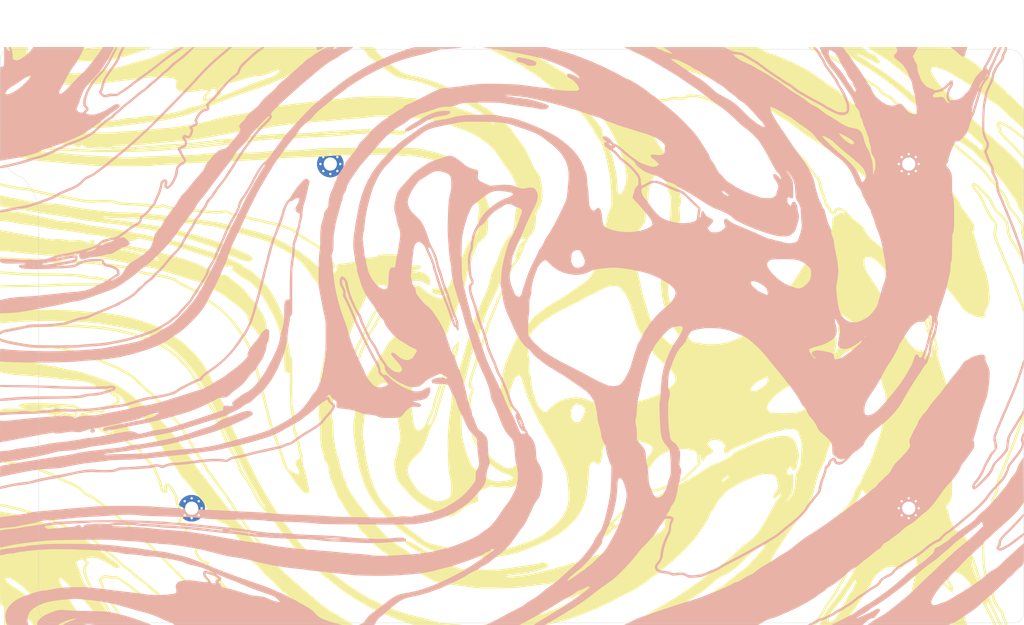
<source format=kicad_pcb>
(kicad_pcb (version 20171130) (host pcbnew "(5.1.4)-1")
  (layers (0 F.Cu signal) (31 B.Cu signal) (34 B.Paste user) (35 F.Paste user) (36 B.SilkS user) (37 F.SilkS user) (38 B.Mask user) (39 F.Mask user) (44 Edge.Cuts user))
  (net 0 "")
  (module Symbol:paint-swirl (layer B.Cu) (at 132.55625 87.3125)
    (fp_text reference G*** hide)
    (fp_text value LOGO hide)
  )
  (module Symbol:paint-swirl (layer F.Cu) (at 132.55625 87.3125)
    (fp_text reference G*** hide)
    (fp_text value LOGO hide)
  )
  (module MountingHole:MountingHole_2.2mm_M2_Pad_Via (layer F.Cu) (at 102.39375 58.7375)
    (fp_text reference REF** hide)
    (fp_text value MountingHole_4.6mm_Pad_Via)
    (pad 1 thru_hole circle (at 1.166726 -1.166726) (size 0.7 0.7) (drill 0.4) (layers *.Cu *.Mask))
    (pad 1 thru_hole circle (at 0 -1.65) (size 0.7 0.7) (drill 0.4) (layers *.Cu *.Mask))
    (pad 1 thru_hole circle (at -1.166726 -1.166726) (size 0.7 0.7) (drill 0.4) (layers *.Cu *.Mask))
    (pad 1 thru_hole circle (at -1.65 0) (size 0.7 0.7) (drill 0.4) (layers *.Cu *.Mask))
    (pad 1 thru_hole circle (at -1.166726 1.166726) (size 0.7 0.7) (drill 0.4) (layers *.Cu *.Mask))
    (pad 1 thru_hole circle (at 0 1.65) (size 0.7 0.7) (drill 0.4) (layers *.Cu *.Mask))
    (pad 1 thru_hole circle (at 1.166726 1.166726) (size 0.7 0.7) (drill 0.4) (layers *.Cu *.Mask))
    (pad 1 thru_hole circle (at 1.65 0) (size 0.7 0.7) (drill 0.4) (layers *.Cu *.Mask))
    (pad 1 thru_hole circle (at 0 0) (size 4.4 4.4) (drill 2.2) (layers *.Cu *.Mask))
  )
  (module MountingHole:MountingHole_2.2mm_M2_Pad_Via (layer F.Cu) (at 198.4375 58.7375)
    (fp_text reference REF** hide)
    (fp_text value MountingHole_4.6mm_Pad_Via)
    (pad 1 thru_hole circle (at 1.166726 -1.166726) (size 0.7 0.7) (drill 0.4) (layers *.Cu *.Mask))
    (pad 1 thru_hole circle (at 0 -1.65) (size 0.7 0.7) (drill 0.4) (layers *.Cu *.Mask))
    (pad 1 thru_hole circle (at -1.166726 -1.166726) (size 0.7 0.7) (drill 0.4) (layers *.Cu *.Mask))
    (pad 1 thru_hole circle (at -1.65 0) (size 0.7 0.7) (drill 0.4) (layers *.Cu *.Mask))
    (pad 1 thru_hole circle (at -1.166726 1.166726) (size 0.7 0.7) (drill 0.4) (layers *.Cu *.Mask))
    (pad 1 thru_hole circle (at 0 1.65) (size 0.7 0.7) (drill 0.4) (layers *.Cu *.Mask))
    (pad 1 thru_hole circle (at 1.166726 1.166726) (size 0.7 0.7) (drill 0.4) (layers *.Cu *.Mask))
    (pad 1 thru_hole circle (at 1.65 0) (size 0.7 0.7) (drill 0.4) (layers *.Cu *.Mask))
    (pad 1 thru_hole circle (at 0 0) (size 4.4 4.4) (drill 2.2) (layers *.Cu *.Mask))
  )
  (module MountingHole:MountingHole_2.2mm_M2_Pad_Via (layer F.Cu) (at 79.375 115.8875)
    (fp_text reference REF** hide)
    (fp_text value MountingHole_4.6mm_Pad_Via)
    (pad 1 thru_hole circle (at 1.166726 -1.166726) (size 0.7 0.7) (drill 0.4) (layers *.Cu *.Mask))
    (pad 1 thru_hole circle (at 0 -1.65) (size 0.7 0.7) (drill 0.4) (layers *.Cu *.Mask))
    (pad 1 thru_hole circle (at -1.166726 -1.166726) (size 0.7 0.7) (drill 0.4) (layers *.Cu *.Mask))
    (pad 1 thru_hole circle (at -1.65 0) (size 0.7 0.7) (drill 0.4) (layers *.Cu *.Mask))
    (pad 1 thru_hole circle (at -1.166726 1.166726) (size 0.7 0.7) (drill 0.4) (layers *.Cu *.Mask))
    (pad 1 thru_hole circle (at 0 1.65) (size 0.7 0.7) (drill 0.4) (layers *.Cu *.Mask))
    (pad 1 thru_hole circle (at 1.166726 1.166726) (size 0.7 0.7) (drill 0.4) (layers *.Cu *.Mask))
    (pad 1 thru_hole circle (at 1.65 0) (size 0.7 0.7) (drill 0.4) (layers *.Cu *.Mask))
    (pad 1 thru_hole circle (at 0 0) (size 4.4 4.4) (drill 2.2) (layers *.Cu *.Mask))
  )
  (module MountingHole:MountingHole_2.2mm_M2_Pad_Via (layer F.Cu) (at 198.4375 115.8875)
    (fp_text reference REF** hide)
    (fp_text value MountingHole_4.6mm_Pad_Via)
    (pad 1 thru_hole circle (at 1.166726 -1.166726) (size 0.7 0.7) (drill 0.4) (layers *.Cu *.Mask))
    (pad 1 thru_hole circle (at 0 -1.65) (size 0.7 0.7) (drill 0.4) (layers *.Cu *.Mask))
    (pad 1 thru_hole circle (at -1.166726 -1.166726) (size 0.7 0.7) (drill 0.4) (layers *.Cu *.Mask))
    (pad 1 thru_hole circle (at -1.65 0) (size 0.7 0.7) (drill 0.4) (layers *.Cu *.Mask))
    (pad 1 thru_hole circle (at -1.166726 1.166726) (size 0.7 0.7) (drill 0.4) (layers *.Cu *.Mask))
    (pad 1 thru_hole circle (at 0 1.65) (size 0.7 0.7) (drill 0.4) (layers *.Cu *.Mask))
    (pad 1 thru_hole circle (at 1.166726 1.166726) (size 0.7 0.7) (drill 0.4) (layers *.Cu *.Mask))
    (pad 1 thru_hole circle (at 1.65 0) (size 0.7 0.7) (drill 0.4) (layers *.Cu *.Mask))
    (pad 1 thru_hole circle (at 0 0) (size 4.4 4.4) (drill 2.2) (layers *.Cu *.Mask))
  )
  (module "" (layer F.Cu) (at 89.69375 31.75)
    (fp_text reference "" (at 103.1875 58.7375) (layer F.SilkS) (effects (font (size 1.27 1.27))))
    (fp_text value "" (at 103.1875 58.7375) (layer F.SilkS) (effects (font (size 1.27 1.27))))
  )
  (gr_line (start 53.975 132.55625) (end 53.975 67.292676) (layer Edge.Cuts) (width 0.05))
  (gr_arc (start 45.24375 67.292676) (end 53.975 67.292676) (angle -45) (layer Edge.Cuts) (width 0.05))
  (gr_arc (start 53.975 55.5625) (end 47.625 55.5625) (angle -45) (layer Edge.Cuts) (width 0.05))
  (gr_arc (start 49.2125 41.275) (end 49.2125 39.6875) (angle -90) (layer Edge.Cuts) (width 0.05))
  (gr_line (start 49.484872 60.052628) (end 51.417676 61.11875) (layer Edge.Cuts) (width 0.05))
  (gr_line (start 47.625 50.8) (end 47.625 55.5625) (layer Edge.Cuts) (width 0.05))
  (gr_line (start 47.625 41.275) (end 47.625 50.8) (layer Edge.Cuts) (width 0.05))
  (gr_line (start 217.4875 133.35) (end 217.4875 42.06875) (layer Edge.Cuts) (width 0.05))
  (gr_line (start 56.35625 134.9375) (end 215.9 134.9375) (layer Edge.Cuts) (width 0.05))
  (gr_line (start 49.2125 39.6875) (end 215.10625 39.6875) (layer Edge.Cuts) (width 0.05))
  (gr_arc (start 56.35625 132.55625) (end 53.975 132.55625) (angle -90) (layer Edge.Cuts) (width 0.05))
  (gr_arc (start 215.9 133.35) (end 215.9 134.9375) (angle -90) (layer Edge.Cuts) (width 0.05))
  (gr_arc (start 215.10625 42.06875) (end 217.4875 42.06875) (angle -90) (layer Edge.Cuts) (width 0.05))
)
</source>
